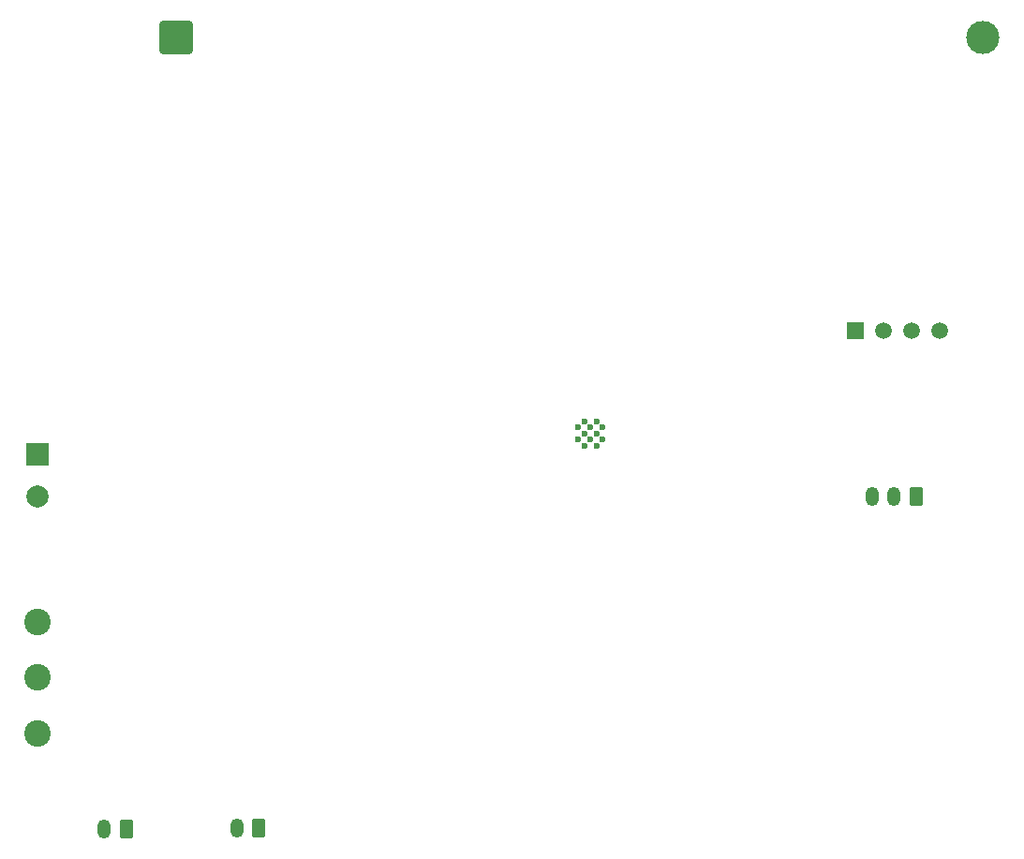
<source format=gbr>
%TF.GenerationSoftware,KiCad,Pcbnew,9.0.4*%
%TF.CreationDate,2025-10-18T23:37:39+08:00*%
%TF.ProjectId,schematics,73636865-6d61-4746-9963-732e6b696361,pre-release*%
%TF.SameCoordinates,Original*%
%TF.FileFunction,Profile,NP*%
%FSLAX46Y46*%
G04 Gerber Fmt 4.6, Leading zero omitted, Abs format (unit mm)*
G04 Created by KiCad (PCBNEW 9.0.4) date 2025-10-18 23:37:39*
%MOMM*%
%LPD*%
G01*
G04 APERTURE LIST*
G04 Aperture macros list*
%AMRoundRect*
0 Rectangle with rounded corners*
0 $1 Rounding radius*
0 $2 $3 $4 $5 $6 $7 $8 $9 X,Y pos of 4 corners*
0 Add a 4 corners polygon primitive as box body*
4,1,4,$2,$3,$4,$5,$6,$7,$8,$9,$2,$3,0*
0 Add four circle primitives for the rounded corners*
1,1,$1+$1,$2,$3*
1,1,$1+$1,$4,$5*
1,1,$1+$1,$6,$7*
1,1,$1+$1,$8,$9*
0 Add four rect primitives between the rounded corners*
20,1,$1+$1,$2,$3,$4,$5,0*
20,1,$1+$1,$4,$5,$6,$7,0*
20,1,$1+$1,$6,$7,$8,$9,0*
20,1,$1+$1,$8,$9,$2,$3,0*%
G04 Aperture macros list end*
%TA.AperFunction,ComponentPad*%
%ADD10R,1.500000X1.500000*%
%TD*%
%TA.AperFunction,ComponentPad*%
%ADD11C,1.500000*%
%TD*%
%TA.AperFunction,ComponentPad*%
%ADD12O,1.200000X1.750000*%
%TD*%
%TA.AperFunction,ComponentPad*%
%ADD13RoundRect,0.250000X0.350000X0.625000X-0.350000X0.625000X-0.350000X-0.625000X0.350000X-0.625000X0*%
%TD*%
%TA.AperFunction,HeatsinkPad*%
%ADD14C,0.600000*%
%TD*%
%TA.AperFunction,ComponentPad*%
%ADD15C,2.400000*%
%TD*%
%TA.AperFunction,ComponentPad*%
%ADD16R,2.000000X2.000000*%
%TD*%
%TA.AperFunction,ComponentPad*%
%ADD17C,2.000000*%
%TD*%
%TA.AperFunction,ComponentPad*%
%ADD18RoundRect,0.249999X-1.250001X-1.250001X1.250001X-1.250001X1.250001X1.250001X-1.250001X1.250001X0*%
%TD*%
%TA.AperFunction,ComponentPad*%
%ADD19C,3.000000*%
%TD*%
G04 APERTURE END LIST*
D10*
%TO.P,REF\u002A\u002A,1*%
%TO.N,N/C*%
X155880000Y-75000000D03*
D11*
%TO.P,REF\u002A\u002A,2*%
X158420000Y-75000000D03*
%TO.P,REF\u002A\u002A,3*%
X160960000Y-75000000D03*
%TO.P,REF\u002A\u002A,4*%
X163500000Y-75000000D03*
%TD*%
D12*
%TO.P,REF\u002A\u002A,3*%
%TO.N,N/C*%
X157380000Y-90000000D03*
%TO.P,REF\u002A\u002A,2*%
X159380000Y-90000000D03*
D13*
%TO.P,REF\u002A\u002A,1*%
X161380000Y-90000000D03*
%TD*%
D12*
%TO.P,REF\u002A\u002A,2*%
%TO.N,N/C*%
X88000000Y-120050000D03*
D13*
%TO.P,REF\u002A\u002A,1*%
X90000000Y-120050000D03*
%TD*%
D12*
%TO.P,REF\u002A\u002A,2*%
%TO.N,N/C*%
X100000000Y-120000000D03*
D13*
%TO.P,REF\u002A\u002A,1*%
X102000000Y-120000000D03*
%TD*%
D14*
%TO.P,REF\u002A\u002A,19*%
%TO.N,N/C*%
X130860000Y-83750000D03*
X130860000Y-84850000D03*
X131410000Y-83200000D03*
X131410000Y-84300000D03*
X131410000Y-85400000D03*
X131960000Y-83750000D03*
X131960000Y-84850000D03*
X132510000Y-83200000D03*
X132510000Y-84300000D03*
X132510000Y-85400000D03*
X133060000Y-83750000D03*
X133060000Y-84850000D03*
%TD*%
D15*
%TO.P,REF\u002A\u002A,11*%
%TO.N,N/C*%
X82000000Y-106380000D03*
%TO.P,REF\u002A\u002A,12*%
X82000000Y-101340000D03*
%TO.P,REF\u002A\u002A,14*%
X82000000Y-111420000D03*
D16*
%TO.P,REF\u002A\u002A,A1*%
X82000000Y-86220000D03*
D17*
%TO.P,REF\u002A\u002A,A2*%
X82000000Y-90000000D03*
%TD*%
D18*
%TO.P,REF\u002A\u002A,1*%
%TO.N,N/C*%
X94550000Y-48500000D03*
D19*
%TO.P,REF\u002A\u002A,2*%
X167450000Y-48500000D03*
%TD*%
M02*

</source>
